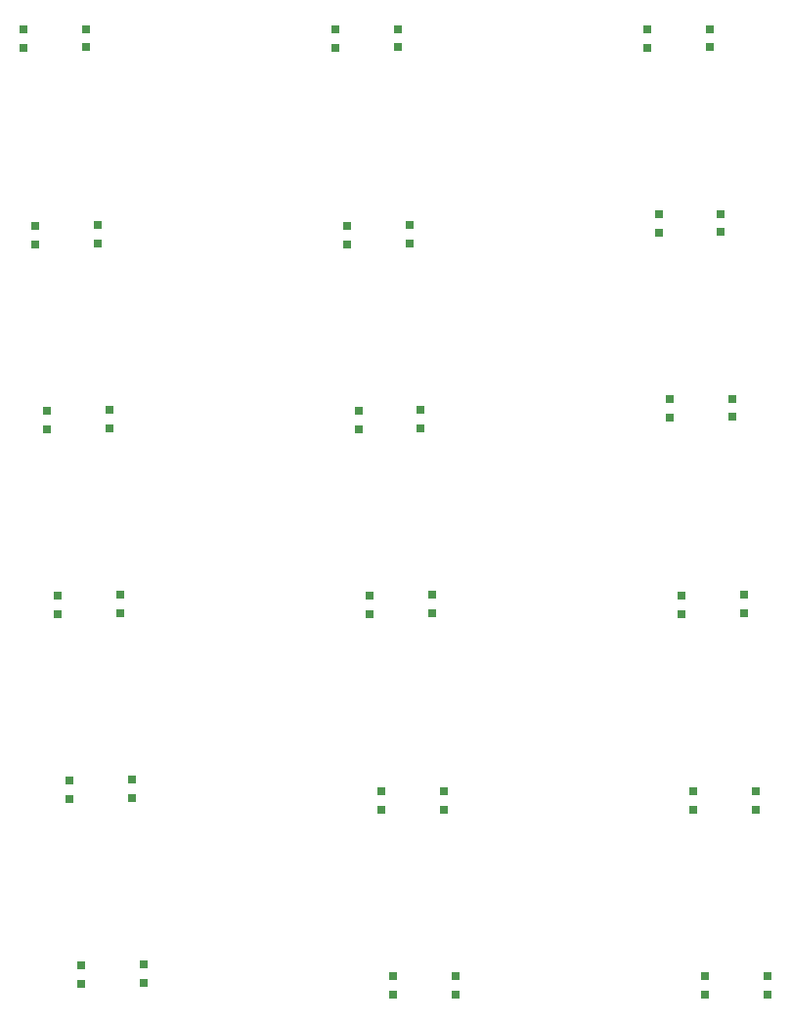
<source format=gtp>
%MOIN*%
%OFA0B0*%
%FSLAX46Y46*%
%IPPOS*%
%LPD*%
%ADD10C,0.0039370078740157488*%
%ADD11R,0.031496062992125991X0.031496062992125991*%
%ADD22C,0.0039370078740157488*%
%ADD23R,0.031496062992125991X0.031496062992125991*%
%ADD24C,0.0039370078740157488*%
%ADD25R,0.031496062992125991X0.031496062992125991*%
%ADD26C,0.0039370078740157488*%
%ADD27R,0.031496062992125991X0.031496062992125991*%
%ADD28C,0.0039370078740157488*%
%ADD29R,0.031496062992125991X0.031496062992125991*%
%ADD30C,0.0039370078740157488*%
%ADD31R,0.031496062992125991X0.031496062992125991*%
%ADD32C,0.0039370078740157488*%
%ADD33R,0.031496062992125991X0.031496062992125991*%
%ADD34C,0.0039370078740157488*%
%ADD35R,0.031496062992125991X0.031496062992125991*%
%ADD36C,0.0039370078740157488*%
%ADD37R,0.031496062992125991X0.031496062992125991*%
%ADD38C,0.0039370078740157488*%
%ADD39R,0.031496062992125991X0.031496062992125991*%
%ADD40C,0.0039370078740157488*%
%ADD41R,0.031496062992125991X0.031496062992125991*%
%ADD42C,0.0039370078740157488*%
%ADD43R,0.031496062992125991X0.031496062992125991*%
%ADD44C,0.0039370078740157488*%
%ADD45R,0.031496062992125991X0.031496062992125991*%
%ADD46C,0.0039370078740157488*%
%ADD47R,0.031496062992125991X0.031496062992125991*%
%ADD48C,0.0039370078740157488*%
%ADD49R,0.031496062992125991X0.031496062992125991*%
%ADD50C,0.0039370078740157488*%
%ADD51R,0.031496062992125991X0.031496062992125991*%
%ADD52C,0.0039370078740157488*%
%ADD53R,0.031496062992125991X0.031496062992125991*%
%ADD54C,0.0039370078740157488*%
%ADD55R,0.031496062992125991X0.031496062992125991*%
G01G01*
D10*
D11*
X0000196850Y0003070866D02*
X0000996742Y0002851022D03*
X0000996742Y0002788029D03*
X0000783750Y0002849762D03*
X0000783750Y0002786770D03*
G04 next file*
G04 #@! TF.FileFunction,Paste,Top*
G04 Gerber Fmt 4.6, Leading zero omitted, Abs format (unit mm)*
G04 Created by KiCad (PCBNEW 4.0.4-stable) date 08/29/17 21:10:05*
G01G01*
G04 APERTURE LIST*
G04 APERTURE END LIST*
D22*
D23*
X0000157480Y0003740157D02*
X0000957372Y0003520313D03*
X0000957372Y0003457321D03*
X0000744380Y0003519053D03*
X0000744380Y0003456061D03*
G04 next file*
G04 #@! TF.FileFunction,Paste,Top*
G04 Gerber Fmt 4.6, Leading zero omitted, Abs format (unit mm)*
G04 Created by KiCad (PCBNEW 4.0.4-stable) date 08/29/17 21:10:05*
G01G01*
G04 APERTURE LIST*
G04 APERTURE END LIST*
D24*
D25*
X0000236220Y0002440944D02*
X0001036112Y0002221100D03*
X0001036112Y0002158108D03*
X0000823120Y0002219840D03*
X0000823120Y0002156848D03*
G04 next file*
G04 #@! TF.FileFunction,Paste,Top*
G04 Gerber Fmt 4.6, Leading zero omitted, Abs format (unit mm)*
G04 Created by KiCad (PCBNEW 4.0.4-stable) date 08/29/17 21:10:05*
G01G01*
G04 APERTURE LIST*
G04 APERTURE END LIST*
D26*
D27*
X0000275590Y0001811023D02*
X0001075482Y0001591179D03*
X0001075482Y0001528187D03*
X0000862490Y0001589919D03*
X0000862490Y0001526927D03*
G04 next file*
G04 #@! TF.FileFunction,Paste,Top*
G04 Gerber Fmt 4.6, Leading zero omitted, Abs format (unit mm)*
G04 Created by KiCad (PCBNEW 4.0.4-stable) date 08/29/17 21:10:05*
G01G01*
G04 APERTURE LIST*
G04 APERTURE END LIST*
D28*
D29*
X0000314960Y0001181102D02*
X0001114852Y0000961258D03*
X0001114852Y0000898266D03*
X0000901860Y0000959998D03*
X0000901860Y0000897006D03*
G04 next file*
G04 #@! TF.FileFunction,Paste,Top*
G04 Gerber Fmt 4.6, Leading zero omitted, Abs format (unit mm)*
G04 Created by KiCad (PCBNEW 4.0.4-stable) date 08/29/17 21:10:05*
G01G01*
G04 APERTURE LIST*
G04 APERTURE END LIST*
D30*
D31*
X0000354330Y0000551181D02*
X0001154222Y0000331337D03*
X0001154222Y0000268344D03*
X0000941230Y0000330077D03*
X0000941230Y0000267085D03*
G04 next file*
G04 #@! TF.FileFunction,Paste,Top*
G04 Gerber Fmt 4.6, Leading zero omitted, Abs format (unit mm)*
G04 Created by KiCad (PCBNEW 4.0.4-stable) date 08/29/17 21:10:05*
G01G01*
G04 APERTURE LIST*
G04 APERTURE END LIST*
D32*
D33*
X0001220472Y0003740157D02*
X0002020364Y0003520313D03*
X0002020364Y0003457321D03*
X0001807372Y0003519053D03*
X0001807372Y0003456061D03*
G04 next file*
G04 #@! TF.FileFunction,Paste,Top*
G04 Gerber Fmt 4.6, Leading zero omitted, Abs format (unit mm)*
G04 Created by KiCad (PCBNEW 4.0.4-stable) date 08/29/17 21:10:05*
G01G01*
G04 APERTURE LIST*
G04 APERTURE END LIST*
D34*
D35*
X0001338582Y0001811023D02*
X0002138474Y0001591179D03*
X0002138474Y0001528187D03*
X0001925482Y0001589919D03*
X0001925482Y0001526927D03*
G04 next file*
G04 #@! TF.FileFunction,Paste,Top*
G04 Gerber Fmt 4.6, Leading zero omitted, Abs format (unit mm)*
G04 Created by KiCad (PCBNEW 4.0.4-stable) date 08/29/17 21:10:05*
G01G01*
G04 APERTURE LIST*
G04 APERTURE END LIST*
D36*
D37*
X0001259842Y0003070866D02*
X0002059734Y0002851022D03*
X0002059734Y0002788029D03*
X0001846742Y0002849762D03*
X0001846742Y0002786770D03*
G04 next file*
G04 #@! TF.FileFunction,Paste,Top*
G04 Gerber Fmt 4.6, Leading zero omitted, Abs format (unit mm)*
G04 Created by KiCad (PCBNEW 4.0.4-stable) date 08/29/17 21:10:05*
G01G01*
G04 APERTURE LIST*
G04 APERTURE END LIST*
D38*
D39*
X0001299212Y0002440944D02*
X0002099104Y0002221100D03*
X0002099104Y0002158108D03*
X0001886112Y0002219840D03*
X0001886112Y0002156848D03*
G04 next file*
G04 #@! TF.FileFunction,Paste,Top*
G04 Gerber Fmt 4.6, Leading zero omitted, Abs format (unit mm)*
G04 Created by KiCad (PCBNEW 4.0.4-stable) date 08/29/17 21:10:05*
G01G01*
G04 APERTURE LIST*
G04 APERTURE END LIST*
D40*
D41*
X0001377952Y0001141732D02*
X0002177844Y0000921888D03*
X0002177844Y0000858896D03*
X0001964852Y0000920628D03*
X0001964852Y0000857636D03*
G04 next file*
G04 #@! TF.FileFunction,Paste,Top*
G04 Gerber Fmt 4.6, Leading zero omitted, Abs format (unit mm)*
G04 Created by KiCad (PCBNEW 4.0.4-stable) date 08/29/17 21:10:05*
G01G01*
G04 APERTURE LIST*
G04 APERTURE END LIST*
D42*
D43*
X0001417322Y0000511811D02*
X0002217214Y0000291966D03*
X0002217214Y0000228974D03*
X0002004222Y0000290707D03*
X0002004222Y0000227714D03*
G04 next file*
G04 #@! TF.FileFunction,Paste,Top*
G04 Gerber Fmt 4.6, Leading zero omitted, Abs format (unit mm)*
G04 Created by KiCad (PCBNEW 4.0.4-stable) date 08/29/17 21:10:05*
G01G01*
G04 APERTURE LIST*
G04 APERTURE END LIST*
D44*
D45*
X0002283464Y0003740157D02*
X0003083356Y0003520313D03*
X0003083356Y0003457321D03*
X0002870364Y0003519053D03*
X0002870364Y0003456061D03*
G04 next file*
G04 #@! TF.FileFunction,Paste,Top*
G04 Gerber Fmt 4.6, Leading zero omitted, Abs format (unit mm)*
G04 Created by KiCad (PCBNEW 4.0.4-stable) date 08/29/17 21:10:05*
G01G01*
G04 APERTURE LIST*
G04 APERTURE END LIST*
D46*
D47*
X0002322834Y0003110236D02*
X0003122726Y0002890392D03*
X0003122726Y0002827400D03*
X0002909734Y0002889132D03*
X0002909734Y0002826140D03*
G04 next file*
G04 #@! TF.FileFunction,Paste,Top*
G04 Gerber Fmt 4.6, Leading zero omitted, Abs format (unit mm)*
G04 Created by KiCad (PCBNEW 4.0.4-stable) date 08/29/17 21:10:05*
G01G01*
G04 APERTURE LIST*
G04 APERTURE END LIST*
D48*
D49*
X0002362204Y0002480314D02*
X0003162096Y0002260470D03*
X0003162096Y0002197478D03*
X0002949104Y0002259211D03*
X0002949104Y0002196218D03*
G04 next file*
G04 #@! TF.FileFunction,Paste,Top*
G04 Gerber Fmt 4.6, Leading zero omitted, Abs format (unit mm)*
G04 Created by KiCad (PCBNEW 4.0.4-stable) date 08/29/17 21:10:05*
G01G01*
G04 APERTURE LIST*
G04 APERTURE END LIST*
D50*
D51*
X0002401574Y0001811023D02*
X0003201466Y0001591179D03*
X0003201466Y0001528187D03*
X0002988474Y0001589919D03*
X0002988474Y0001526927D03*
G04 next file*
G04 #@! TF.FileFunction,Paste,Top*
G04 Gerber Fmt 4.6, Leading zero omitted, Abs format (unit mm)*
G04 Created by KiCad (PCBNEW 4.0.4-stable) date 08/29/17 21:10:05*
G01G01*
G04 APERTURE LIST*
G04 APERTURE END LIST*
D52*
D53*
X0002440944Y0001141732D02*
X0003240837Y0000921888D03*
X0003240837Y0000858896D03*
X0003027844Y0000920628D03*
X0003027844Y0000857636D03*
G04 next file*
G04 #@! TF.FileFunction,Paste,Top*
G04 Gerber Fmt 4.6, Leading zero omitted, Abs format (unit mm)*
G04 Created by KiCad (PCBNEW 4.0.4-stable) date 08/29/17 21:10:05*
G01G01*
G04 APERTURE LIST*
G04 APERTURE END LIST*
D54*
D55*
X0002480314Y0000511811D02*
X0003280207Y0000291966D03*
X0003280207Y0000228974D03*
X0003067214Y0000290707D03*
X0003067214Y0000227714D03*
M02*
</source>
